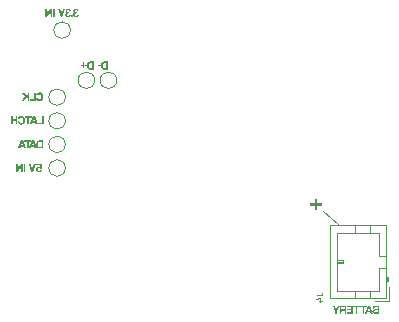
<source format=gbr>
%TF.GenerationSoftware,KiCad,Pcbnew,8.0.2*%
%TF.CreationDate,2025-05-18T14:56:39-07:00*%
%TF.ProjectId,PGS_USBW_Board,5047535f-5553-4425-975f-426f6172642e,rev?*%
%TF.SameCoordinates,Original*%
%TF.FileFunction,Legend,Bot*%
%TF.FilePolarity,Positive*%
%FSLAX46Y46*%
G04 Gerber Fmt 4.6, Leading zero omitted, Abs format (unit mm)*
G04 Created by KiCad (PCBNEW 8.0.2) date 2025-05-18 14:56:39*
%MOMM*%
%LPD*%
G01*
G04 APERTURE LIST*
%ADD10C,0.100000*%
%ADD11C,0.187500*%
%ADD12C,0.120000*%
G04 APERTURE END LIST*
D10*
X87440000Y-37800000D02*
X86143569Y-36672266D01*
D11*
G36*
X65306507Y-19932793D02*
G01*
X65266112Y-19934010D01*
X65225339Y-19939321D01*
X65189425Y-19952150D01*
X65160944Y-19982137D01*
X65151441Y-20022449D01*
X65150985Y-20036657D01*
X65154995Y-20073430D01*
X65171634Y-20111255D01*
X65199054Y-20135782D01*
X65234936Y-20146481D01*
X65244957Y-20146933D01*
X65283388Y-20142071D01*
X65315543Y-20123522D01*
X65335312Y-20089337D01*
X65342113Y-20052321D01*
X65342960Y-20029879D01*
X65486025Y-20029879D01*
X65483744Y-20070619D01*
X65476989Y-20108041D01*
X65461259Y-20152513D01*
X65438137Y-20190462D01*
X65407942Y-20221531D01*
X65370995Y-20245363D01*
X65327616Y-20261603D01*
X65291052Y-20268586D01*
X65251186Y-20270947D01*
X65210780Y-20268624D01*
X65173013Y-20261772D01*
X65127266Y-20245896D01*
X65087421Y-20222697D01*
X65054168Y-20192592D01*
X65028198Y-20155998D01*
X65010203Y-20113331D01*
X65000875Y-20065008D01*
X64999676Y-20038855D01*
X65002501Y-19998712D01*
X65012845Y-19956668D01*
X65029927Y-19921514D01*
X65057173Y-19889499D01*
X65090940Y-19867503D01*
X65096213Y-19865198D01*
X65065167Y-19839161D01*
X65044178Y-19807905D01*
X65029689Y-19771187D01*
X65022403Y-19731344D01*
X65021658Y-19713890D01*
X65026172Y-19673346D01*
X65039118Y-19636321D01*
X65059603Y-19603396D01*
X65086734Y-19575152D01*
X65119618Y-19552173D01*
X65157362Y-19535038D01*
X65199073Y-19524331D01*
X65243858Y-19520633D01*
X65280659Y-19523065D01*
X65326066Y-19533575D01*
X65366674Y-19551856D01*
X65401810Y-19577325D01*
X65430804Y-19609396D01*
X65452982Y-19647487D01*
X65467673Y-19691013D01*
X65474205Y-19739391D01*
X65474485Y-19752175D01*
X65335632Y-19752175D01*
X65331939Y-19714704D01*
X65316618Y-19676742D01*
X65287639Y-19650485D01*
X65249171Y-19641716D01*
X65210628Y-19647824D01*
X65179664Y-19672602D01*
X65166551Y-19711135D01*
X65164724Y-19739169D01*
X65171596Y-19776804D01*
X65199011Y-19805916D01*
X65233735Y-19818742D01*
X65275287Y-19824466D01*
X65306507Y-19825448D01*
X65306507Y-19932793D01*
G37*
G36*
X64837194Y-20247500D02*
G01*
X64837194Y-20094176D01*
X64994914Y-20094176D01*
X64994914Y-20247500D01*
X64837194Y-20247500D01*
G37*
G36*
X64651447Y-19932793D02*
G01*
X64611052Y-19934010D01*
X64570280Y-19939321D01*
X64534365Y-19952150D01*
X64505884Y-19982137D01*
X64496382Y-20022449D01*
X64495926Y-20036657D01*
X64499936Y-20073430D01*
X64516575Y-20111255D01*
X64543995Y-20135782D01*
X64579877Y-20146481D01*
X64589898Y-20146933D01*
X64628329Y-20142071D01*
X64660484Y-20123522D01*
X64680252Y-20089337D01*
X64687054Y-20052321D01*
X64687900Y-20029879D01*
X64830966Y-20029879D01*
X64828684Y-20070619D01*
X64821930Y-20108041D01*
X64806200Y-20152513D01*
X64783077Y-20190462D01*
X64752883Y-20221531D01*
X64715936Y-20245363D01*
X64672556Y-20261603D01*
X64635993Y-20268586D01*
X64596126Y-20270947D01*
X64555720Y-20268624D01*
X64517954Y-20261772D01*
X64472207Y-20245896D01*
X64432361Y-20222697D01*
X64399108Y-20192592D01*
X64373139Y-20155998D01*
X64355144Y-20113331D01*
X64345816Y-20065008D01*
X64344617Y-20038855D01*
X64347442Y-19998712D01*
X64357786Y-19956668D01*
X64374867Y-19921514D01*
X64402113Y-19889499D01*
X64435881Y-19867503D01*
X64441154Y-19865198D01*
X64410108Y-19839161D01*
X64389119Y-19807905D01*
X64374630Y-19771187D01*
X64367343Y-19731344D01*
X64366599Y-19713890D01*
X64371113Y-19673346D01*
X64384059Y-19636321D01*
X64404543Y-19603396D01*
X64431674Y-19575152D01*
X64464559Y-19552173D01*
X64502303Y-19535038D01*
X64544014Y-19524331D01*
X64588799Y-19520633D01*
X64625600Y-19523065D01*
X64671007Y-19533575D01*
X64711615Y-19551856D01*
X64746751Y-19577325D01*
X64775744Y-19609396D01*
X64797923Y-19647487D01*
X64812614Y-19691013D01*
X64819146Y-19739391D01*
X64819425Y-19752175D01*
X64680573Y-19752175D01*
X64676879Y-19714704D01*
X64661559Y-19676742D01*
X64632580Y-19650485D01*
X64594111Y-19641716D01*
X64555569Y-19647824D01*
X64524605Y-19672602D01*
X64511492Y-19711135D01*
X64509664Y-19739169D01*
X64516537Y-19776804D01*
X64543951Y-19805916D01*
X64578675Y-19818742D01*
X64620228Y-19824466D01*
X64651447Y-19825448D01*
X64651447Y-19932793D01*
G37*
G36*
X63954989Y-20247500D02*
G01*
X63714654Y-19544080D01*
X63878419Y-19544080D01*
X64025331Y-20015957D01*
X64173159Y-19544080D01*
X64341137Y-19544080D01*
X64100985Y-20247500D01*
X63954989Y-20247500D01*
G37*
G36*
X63285275Y-20247500D02*
G01*
X63285275Y-19544080D01*
X63442995Y-19544080D01*
X63442995Y-20247500D01*
X63285275Y-20247500D01*
G37*
G36*
X62666669Y-20247500D02*
G01*
X62666669Y-19544080D01*
X62815046Y-19544080D01*
X62815046Y-19974375D01*
X63083042Y-19544080D01*
X63246623Y-19544080D01*
X63246623Y-20247500D01*
X63099345Y-20247500D01*
X63099345Y-19797055D01*
X62810100Y-20247500D01*
X62666669Y-20247500D01*
G37*
G36*
X62009568Y-27097456D02*
G01*
X62021410Y-27135950D01*
X62041382Y-27173754D01*
X62067832Y-27202290D01*
X62100961Y-27221436D01*
X62140973Y-27231068D01*
X62163624Y-27232278D01*
X62202285Y-27228284D01*
X62243257Y-27212324D01*
X62276102Y-27184635D01*
X62300864Y-27145708D01*
X62314887Y-27106805D01*
X62323789Y-27061274D01*
X62327121Y-27022928D01*
X62327755Y-26995423D01*
X62326322Y-26955206D01*
X62321993Y-26918314D01*
X62311633Y-26874536D01*
X62295927Y-26837240D01*
X62274765Y-26806754D01*
X62240469Y-26778719D01*
X62197253Y-26762470D01*
X62156113Y-26758386D01*
X62119383Y-26763006D01*
X62080353Y-26779769D01*
X62051526Y-26803506D01*
X62028215Y-26835539D01*
X62011602Y-26875533D01*
X62009568Y-26882950D01*
X61852581Y-26882950D01*
X61859234Y-26842361D01*
X61870935Y-26803916D01*
X61887505Y-26768016D01*
X61908766Y-26735068D01*
X61934540Y-26705474D01*
X61964647Y-26679638D01*
X61998911Y-26657965D01*
X62037151Y-26640857D01*
X62079190Y-26628720D01*
X62124850Y-26621957D01*
X62157212Y-26620633D01*
X62194251Y-26622346D01*
X62246382Y-26631207D01*
X62294164Y-26647354D01*
X62337328Y-26670496D01*
X62375607Y-26700338D01*
X62408733Y-26736587D01*
X62436436Y-26778949D01*
X62458450Y-26827132D01*
X62469833Y-26862342D01*
X62478488Y-26899922D01*
X62484337Y-26939784D01*
X62487299Y-26981842D01*
X62487673Y-27003667D01*
X62486017Y-27047186D01*
X62481149Y-27088082D01*
X62473218Y-27126330D01*
X62462374Y-27161905D01*
X62440972Y-27210196D01*
X62413856Y-27252328D01*
X62381530Y-27288214D01*
X62344499Y-27317769D01*
X62303267Y-27340905D01*
X62258339Y-27357538D01*
X62210219Y-27367580D01*
X62159411Y-27370947D01*
X62114640Y-27368143D01*
X62072748Y-27359898D01*
X62033879Y-27346460D01*
X61998179Y-27328076D01*
X61965792Y-27304995D01*
X61936864Y-27277465D01*
X61911538Y-27245734D01*
X61889961Y-27210050D01*
X61872277Y-27170662D01*
X61858631Y-27127817D01*
X61851848Y-27097456D01*
X62009568Y-27097456D01*
G37*
G36*
X61332710Y-27347500D02*
G01*
X61332710Y-27208831D01*
X61678191Y-27208831D01*
X61678191Y-26644080D01*
X61835911Y-26644080D01*
X61835911Y-27347500D01*
X61332710Y-27347500D01*
G37*
G36*
X60686993Y-27347500D02*
G01*
X60971841Y-26923799D01*
X60689924Y-26644080D01*
X60895820Y-26644080D01*
X61154107Y-26916655D01*
X61154107Y-26644080D01*
X61309812Y-26644080D01*
X61309812Y-27347500D01*
X61154107Y-27347500D01*
X61154107Y-27108630D01*
X61083216Y-27039387D01*
X60878601Y-27347500D01*
X60686993Y-27347500D01*
G37*
G36*
X62004796Y-29322500D02*
G01*
X62004796Y-29183831D01*
X62350278Y-29183831D01*
X62350278Y-28619080D01*
X62507998Y-28619080D01*
X62507998Y-29322500D01*
X62004796Y-29322500D01*
G37*
G36*
X62005346Y-29322500D02*
G01*
X61838467Y-29322500D01*
X61789008Y-29181816D01*
X61540246Y-29181816D01*
X61496100Y-29322500D01*
X61325007Y-29322500D01*
X61421633Y-29050474D01*
X61586042Y-29050474D01*
X61747425Y-29050474D01*
X61665733Y-28783927D01*
X61586042Y-29050474D01*
X61421633Y-29050474D01*
X61574868Y-28619080D01*
X61752188Y-28619080D01*
X62005346Y-29322500D01*
G37*
G36*
X61136513Y-29322500D02*
G01*
X61136513Y-28752620D01*
X60925487Y-28752620D01*
X60925487Y-28619080D01*
X61504343Y-28619080D01*
X61504343Y-28752620D01*
X61294233Y-28752620D01*
X61294233Y-29322500D01*
X61136513Y-29322500D01*
G37*
G36*
X60465883Y-29072456D02*
G01*
X60477726Y-29110950D01*
X60497698Y-29148754D01*
X60524147Y-29177290D01*
X60557277Y-29196436D01*
X60597289Y-29206068D01*
X60619939Y-29207278D01*
X60658600Y-29203284D01*
X60699573Y-29187324D01*
X60732417Y-29159635D01*
X60757180Y-29120708D01*
X60771202Y-29081805D01*
X60780105Y-29036274D01*
X60783437Y-28997928D01*
X60784071Y-28970423D01*
X60782638Y-28930206D01*
X60778308Y-28893314D01*
X60767948Y-28849536D01*
X60752243Y-28812240D01*
X60731081Y-28781754D01*
X60696784Y-28753719D01*
X60653569Y-28737470D01*
X60612429Y-28733386D01*
X60575699Y-28738006D01*
X60536669Y-28754769D01*
X60507841Y-28778506D01*
X60484531Y-28810539D01*
X60467918Y-28850533D01*
X60465883Y-28857950D01*
X60308896Y-28857950D01*
X60315549Y-28817361D01*
X60327250Y-28778916D01*
X60343821Y-28743016D01*
X60365082Y-28710068D01*
X60390855Y-28680474D01*
X60420963Y-28654638D01*
X60455226Y-28632965D01*
X60493466Y-28615857D01*
X60535506Y-28603720D01*
X60581165Y-28596957D01*
X60613528Y-28595633D01*
X60650566Y-28597346D01*
X60702698Y-28606207D01*
X60750480Y-28622354D01*
X60793644Y-28645496D01*
X60831923Y-28675338D01*
X60865048Y-28711587D01*
X60892752Y-28753949D01*
X60914766Y-28802132D01*
X60926148Y-28837342D01*
X60934804Y-28874922D01*
X60940652Y-28914784D01*
X60943615Y-28956842D01*
X60943989Y-28978667D01*
X60942333Y-29022186D01*
X60937464Y-29063082D01*
X60929534Y-29101330D01*
X60918689Y-29136905D01*
X60897288Y-29185196D01*
X60870172Y-29227328D01*
X60837846Y-29263214D01*
X60800815Y-29292769D01*
X60759583Y-29315905D01*
X60714655Y-29332538D01*
X60666534Y-29342580D01*
X60615726Y-29345947D01*
X60570955Y-29343143D01*
X60529063Y-29334898D01*
X60490195Y-29321460D01*
X60454494Y-29303076D01*
X60422108Y-29279995D01*
X60393179Y-29252465D01*
X60367854Y-29220734D01*
X60346277Y-29185050D01*
X60328592Y-29145662D01*
X60314946Y-29102817D01*
X60308163Y-29072456D01*
X60465883Y-29072456D01*
G37*
G36*
X59715569Y-29322500D02*
G01*
X59715569Y-28619080D01*
X59874205Y-28619080D01*
X59874205Y-28877001D01*
X60134507Y-28877001D01*
X60134507Y-28619080D01*
X60292227Y-28619080D01*
X60292227Y-29322500D01*
X60134507Y-29322500D01*
X60134507Y-29010540D01*
X59874205Y-29010540D01*
X59874205Y-29322500D01*
X59715569Y-29322500D01*
G37*
G36*
X62484708Y-31372500D02*
G01*
X62186853Y-31372500D01*
X62136905Y-31368689D01*
X62090413Y-31357529D01*
X62047697Y-31339427D01*
X62009074Y-31314791D01*
X61974862Y-31284028D01*
X61945379Y-31247545D01*
X61920943Y-31205751D01*
X61901871Y-31159052D01*
X61888481Y-31107857D01*
X61882869Y-31071430D01*
X61880018Y-31033306D01*
X61879657Y-31013646D01*
X62040491Y-31013646D01*
X62041875Y-31054797D01*
X62046093Y-31091814D01*
X62056299Y-31134771D01*
X62071961Y-31170455D01*
X62099575Y-31204904D01*
X62136550Y-31228149D01*
X62173184Y-31238738D01*
X62216346Y-31242257D01*
X62331201Y-31242257D01*
X62331201Y-30801704D01*
X62228802Y-30801704D01*
X62181371Y-30804515D01*
X62141573Y-30813233D01*
X62101946Y-30833093D01*
X62072827Y-30863692D01*
X62053429Y-30905870D01*
X62044379Y-30948513D01*
X62041100Y-30985968D01*
X62040491Y-31013646D01*
X61879657Y-31013646D01*
X61881253Y-30974819D01*
X61885958Y-30937937D01*
X61898573Y-30886430D01*
X61917485Y-30839734D01*
X61942277Y-30798109D01*
X61972530Y-30761816D01*
X62007826Y-30731117D01*
X62047746Y-30706271D01*
X62091871Y-30687540D01*
X62139784Y-30675185D01*
X62191065Y-30669466D01*
X62208835Y-30669080D01*
X62484708Y-30669080D01*
X62484708Y-31372500D01*
G37*
G36*
X61946885Y-31372500D02*
G01*
X61780006Y-31372500D01*
X61730547Y-31231816D01*
X61481785Y-31231816D01*
X61437639Y-31372500D01*
X61266546Y-31372500D01*
X61363172Y-31100474D01*
X61527581Y-31100474D01*
X61688964Y-31100474D01*
X61607272Y-30833927D01*
X61527581Y-31100474D01*
X61363172Y-31100474D01*
X61516407Y-30669080D01*
X61693727Y-30669080D01*
X61946885Y-31372500D01*
G37*
G36*
X61078052Y-31372500D02*
G01*
X61078052Y-30802620D01*
X60867026Y-30802620D01*
X60867026Y-30669080D01*
X61445882Y-30669080D01*
X61445882Y-30802620D01*
X61235772Y-30802620D01*
X61235772Y-31372500D01*
X61078052Y-31372500D01*
G37*
G36*
X61049292Y-31372500D02*
G01*
X60882414Y-31372500D01*
X60832954Y-31231816D01*
X60584193Y-31231816D01*
X60540046Y-31372500D01*
X60368954Y-31372500D01*
X60465580Y-31100474D01*
X60629989Y-31100474D01*
X60791372Y-31100474D01*
X60709679Y-30833927D01*
X60629989Y-31100474D01*
X60465580Y-31100474D01*
X60618814Y-30669080D01*
X60796135Y-30669080D01*
X61049292Y-31372500D01*
G37*
G36*
X62201726Y-33077672D02*
G01*
X62180720Y-33046505D01*
X62149901Y-33025957D01*
X62112141Y-33019292D01*
X62107754Y-33019237D01*
X62067917Y-33026264D01*
X62037246Y-33050371D01*
X62022139Y-33085422D01*
X62017994Y-33126032D01*
X62020871Y-33165248D01*
X62032224Y-33202425D01*
X62057296Y-33232209D01*
X62097082Y-33246815D01*
X62116180Y-33248032D01*
X62155376Y-33240600D01*
X62186755Y-33215131D01*
X62202996Y-33177013D01*
X62206306Y-33155525D01*
X62354134Y-33155525D01*
X62347628Y-33201649D01*
X62332796Y-33243358D01*
X62310480Y-33280116D01*
X62281525Y-33311390D01*
X62246773Y-33336644D01*
X62207070Y-33355345D01*
X62163257Y-33366957D01*
X62116180Y-33370947D01*
X62076789Y-33368300D01*
X62039909Y-33360537D01*
X61995155Y-33342681D01*
X61956099Y-33316822D01*
X61923447Y-33283583D01*
X61897907Y-33243590D01*
X61883843Y-33209538D01*
X61874474Y-33172302D01*
X61870098Y-33132145D01*
X61869800Y-33118155D01*
X61872164Y-33080880D01*
X61882263Y-33035913D01*
X61899573Y-32996660D01*
X61923296Y-32963450D01*
X61952636Y-32936615D01*
X61986798Y-32916485D01*
X62024984Y-32903391D01*
X62066398Y-32897663D01*
X62077162Y-32897421D01*
X62115937Y-32899588D01*
X62152565Y-32906511D01*
X62188104Y-32920778D01*
X62209420Y-32937172D01*
X62203924Y-32771392D01*
X61895995Y-32771392D01*
X61895995Y-32644080D01*
X62337098Y-32644080D01*
X62352119Y-33076756D01*
X62201726Y-33077672D01*
G37*
G36*
X61479988Y-33347500D02*
G01*
X61239653Y-32644080D01*
X61403418Y-32644080D01*
X61550330Y-33115957D01*
X61698158Y-32644080D01*
X61866136Y-32644080D01*
X61625985Y-33347500D01*
X61479988Y-33347500D01*
G37*
G36*
X60810275Y-33347500D02*
G01*
X60810275Y-32644080D01*
X60967994Y-32644080D01*
X60967994Y-33347500D01*
X60810275Y-33347500D01*
G37*
G36*
X60191668Y-33347500D02*
G01*
X60191668Y-32644080D01*
X60340046Y-32644080D01*
X60340046Y-33074375D01*
X60608041Y-32644080D01*
X60771623Y-32644080D01*
X60771623Y-33347500D01*
X60624345Y-33347500D01*
X60624345Y-32897055D01*
X60335100Y-33347500D01*
X60191668Y-33347500D01*
G37*
G36*
X67969914Y-24697500D02*
G01*
X67672059Y-24697500D01*
X67622111Y-24693689D01*
X67575619Y-24682529D01*
X67532903Y-24664427D01*
X67494280Y-24639791D01*
X67460068Y-24609028D01*
X67430585Y-24572545D01*
X67406149Y-24530751D01*
X67387077Y-24484052D01*
X67373687Y-24432857D01*
X67368075Y-24396430D01*
X67365224Y-24358306D01*
X67364863Y-24338646D01*
X67525697Y-24338646D01*
X67527081Y-24379797D01*
X67531299Y-24416814D01*
X67541505Y-24459771D01*
X67557167Y-24495455D01*
X67584781Y-24529904D01*
X67621756Y-24553149D01*
X67658390Y-24563738D01*
X67701552Y-24567257D01*
X67816407Y-24567257D01*
X67816407Y-24126704D01*
X67714008Y-24126704D01*
X67666577Y-24129515D01*
X67626779Y-24138233D01*
X67587152Y-24158093D01*
X67558033Y-24188692D01*
X67538635Y-24230870D01*
X67529585Y-24273513D01*
X67526306Y-24310968D01*
X67525697Y-24338646D01*
X67364863Y-24338646D01*
X67366459Y-24299819D01*
X67371164Y-24262937D01*
X67383779Y-24211430D01*
X67402691Y-24164734D01*
X67427483Y-24123109D01*
X67457736Y-24086816D01*
X67493032Y-24056117D01*
X67532952Y-24031271D01*
X67577077Y-24012540D01*
X67624990Y-24000185D01*
X67676271Y-23994466D01*
X67694041Y-23994080D01*
X67969914Y-23994080D01*
X67969914Y-24697500D01*
G37*
G36*
X67071405Y-24427855D02*
G01*
X67071405Y-24310252D01*
X67343614Y-24310252D01*
X67343614Y-24427855D01*
X67071405Y-24427855D01*
G37*
G36*
X66786557Y-24697500D02*
G01*
X66488703Y-24697500D01*
X66438754Y-24693689D01*
X66392263Y-24682529D01*
X66349547Y-24664427D01*
X66310924Y-24639791D01*
X66276712Y-24609028D01*
X66247228Y-24572545D01*
X66222792Y-24530751D01*
X66203720Y-24484052D01*
X66190331Y-24432857D01*
X66184719Y-24396430D01*
X66181867Y-24358306D01*
X66181506Y-24338646D01*
X66342340Y-24338646D01*
X66343724Y-24379797D01*
X66347942Y-24416814D01*
X66358149Y-24459771D01*
X66373811Y-24495455D01*
X66401424Y-24529904D01*
X66438399Y-24553149D01*
X66475033Y-24563738D01*
X66518195Y-24567257D01*
X66633050Y-24567257D01*
X66633050Y-24126704D01*
X66530652Y-24126704D01*
X66483220Y-24129515D01*
X66443423Y-24138233D01*
X66403795Y-24158093D01*
X66374676Y-24188692D01*
X66355278Y-24230870D01*
X66346228Y-24273513D01*
X66342950Y-24310968D01*
X66342340Y-24338646D01*
X66181506Y-24338646D01*
X66183102Y-24299819D01*
X66187807Y-24262937D01*
X66200422Y-24211430D01*
X66219335Y-24164734D01*
X66244127Y-24123109D01*
X66274380Y-24086816D01*
X66309675Y-24056117D01*
X66349595Y-24031271D01*
X66393720Y-24012540D01*
X66441633Y-24000185D01*
X66492915Y-23994466D01*
X66510685Y-23994080D01*
X66786557Y-23994080D01*
X66786557Y-24697500D01*
G37*
G36*
X65841887Y-24580263D02*
G01*
X65841887Y-24385907D01*
X65643501Y-24385907D01*
X65643501Y-24275448D01*
X65841887Y-24275448D01*
X65841887Y-24076146D01*
X65952346Y-24076146D01*
X65952346Y-24275448D01*
X66149816Y-24275448D01*
X66149816Y-24385907D01*
X65952346Y-24385907D01*
X65952346Y-24580263D01*
X65841887Y-24580263D01*
G37*
D10*
G36*
X85499595Y-36610526D02*
G01*
X85499595Y-36221814D01*
X85102822Y-36221814D01*
X85102822Y-36024344D01*
X85499595Y-36024344D01*
X85499595Y-35625739D01*
X85697065Y-35625739D01*
X85697065Y-36024344D01*
X86092006Y-36024344D01*
X86092006Y-36221814D01*
X85697065Y-36221814D01*
X85697065Y-36610526D01*
X85499595Y-36610526D01*
G37*
G36*
X90926003Y-45362500D02*
G01*
X90612028Y-45362500D01*
X90565054Y-45360399D01*
X90522824Y-45354217D01*
X90485312Y-45344132D01*
X90442588Y-45324922D01*
X90408137Y-45299513D01*
X90381897Y-45268327D01*
X90363803Y-45231788D01*
X90353789Y-45190319D01*
X90351543Y-45156236D01*
X90352349Y-45145978D01*
X90493326Y-45145978D01*
X90500617Y-45184784D01*
X90521697Y-45215862D01*
X90555382Y-45236499D01*
X90594266Y-45243858D01*
X90600488Y-45243981D01*
X90785319Y-45243981D01*
X90785319Y-45059150D01*
X90598290Y-45059150D01*
X90559372Y-45063079D01*
X90524913Y-45077523D01*
X90500582Y-45107141D01*
X90493326Y-45145978D01*
X90352349Y-45145978D01*
X90354869Y-45113916D01*
X90364299Y-45078442D01*
X90382524Y-45044083D01*
X90411525Y-45014036D01*
X90446725Y-44993264D01*
X90457606Y-44988808D01*
X90423923Y-44968529D01*
X90396973Y-44938960D01*
X90379089Y-44902074D01*
X90372842Y-44866076D01*
X90513293Y-44866076D01*
X90522107Y-44904836D01*
X90551700Y-44931418D01*
X90590905Y-44940146D01*
X90601404Y-44940448D01*
X90785319Y-44940448D01*
X90785319Y-44791704D01*
X90609830Y-44791704D01*
X90570698Y-44794907D01*
X90536008Y-44809106D01*
X90515416Y-44843591D01*
X90513293Y-44866076D01*
X90372842Y-44866076D01*
X90372716Y-44865351D01*
X90372609Y-44859848D01*
X90376032Y-44818591D01*
X90386219Y-44781623D01*
X90408279Y-44742014D01*
X90440477Y-44710420D01*
X90473375Y-44691405D01*
X90512486Y-44678360D01*
X90557689Y-44671659D01*
X90582536Y-44670804D01*
X90926003Y-44670804D01*
X90926003Y-45362500D01*
G37*
G36*
X90376090Y-45362500D02*
G01*
X90221851Y-45362500D01*
X90172391Y-45221816D01*
X89915204Y-45221816D01*
X89871057Y-45362500D01*
X89712421Y-45362500D01*
X89804933Y-45102198D01*
X89957152Y-45102198D01*
X90134656Y-45102198D01*
X90045446Y-44826509D01*
X90044347Y-44826509D01*
X89957152Y-45102198D01*
X89804933Y-45102198D01*
X89958251Y-44670804D01*
X90127329Y-44670804D01*
X90376090Y-45362500D01*
G37*
G36*
X89521545Y-45362500D02*
G01*
X89521545Y-44792620D01*
X89310519Y-44792620D01*
X89310519Y-44670804D01*
X89877651Y-44670804D01*
X89877651Y-44792620D01*
X89667541Y-44792620D01*
X89667541Y-45362500D01*
X89521545Y-45362500D01*
G37*
G36*
X88934630Y-45362500D02*
G01*
X88934630Y-44792620D01*
X88723604Y-44792620D01*
X88723604Y-44670804D01*
X89290736Y-44670804D01*
X89290736Y-44792620D01*
X89080626Y-44792620D01*
X89080626Y-45362500D01*
X88934630Y-45362500D01*
G37*
G36*
X88159769Y-45362500D02*
G01*
X88159769Y-45238668D01*
X88547199Y-45238668D01*
X88547199Y-45063363D01*
X88205931Y-45063363D01*
X88205931Y-44940448D01*
X88547199Y-44940448D01*
X88547199Y-44792620D01*
X88176439Y-44792620D01*
X88176439Y-44670804D01*
X88688982Y-44670804D01*
X88688982Y-45362500D01*
X88159769Y-45362500D01*
G37*
G36*
X88130643Y-45362500D02*
G01*
X87988860Y-45362500D01*
X87988860Y-45092855D01*
X87833339Y-45092855D01*
X87792109Y-45095693D01*
X87754091Y-45108988D01*
X87730903Y-45138474D01*
X87724237Y-45179080D01*
X87724162Y-45185179D01*
X87724162Y-45362500D01*
X87581463Y-45362500D01*
X87581463Y-45167594D01*
X87584001Y-45126729D01*
X87593947Y-45089737D01*
X87615736Y-45059112D01*
X87650057Y-45038067D01*
X87666460Y-45032039D01*
X87631893Y-45014562D01*
X87603995Y-44990057D01*
X87583018Y-44959611D01*
X87569216Y-44924311D01*
X87562842Y-44885243D01*
X87562804Y-44884028D01*
X87699066Y-44884028D01*
X87704859Y-44920616D01*
X87726738Y-44952450D01*
X87761817Y-44970004D01*
X87798904Y-44975141D01*
X87806045Y-44975252D01*
X87988860Y-44975252D01*
X87988860Y-44791704D01*
X87800915Y-44791704D01*
X87759371Y-44796964D01*
X87725969Y-44814620D01*
X87704779Y-44846805D01*
X87699066Y-44884028D01*
X87562804Y-44884028D01*
X87562412Y-44871571D01*
X87566325Y-44830074D01*
X87577739Y-44791901D01*
X87596174Y-44757735D01*
X87621145Y-44728254D01*
X87652170Y-44704140D01*
X87688765Y-44686074D01*
X87730448Y-44674735D01*
X87776735Y-44670804D01*
X88130643Y-44670804D01*
X88130643Y-45362500D01*
G37*
G36*
X87214549Y-45362500D02*
G01*
X87214549Y-45103297D01*
X86981359Y-44670804D01*
X87149520Y-44670804D01*
X87284891Y-44952172D01*
X87431987Y-44670804D01*
X87601980Y-44670804D01*
X87360546Y-45101099D01*
X87360546Y-45362500D01*
X87214549Y-45362500D01*
G37*
X85616109Y-43803333D02*
X85973252Y-43803333D01*
X85973252Y-43803333D02*
X86044680Y-43779524D01*
X86044680Y-43779524D02*
X86092300Y-43731905D01*
X86092300Y-43731905D02*
X86116109Y-43660476D01*
X86116109Y-43660476D02*
X86116109Y-43612857D01*
X85782776Y-44255714D02*
X86116109Y-44255714D01*
X85592300Y-44136666D02*
X85949442Y-44017619D01*
X85949442Y-44017619D02*
X85949442Y-44327142D01*
D12*
%TO.C,J4*%
X91480000Y-37890000D02*
X86760000Y-37890000D01*
X88870000Y-38500000D02*
X88870000Y-37890000D01*
X90170000Y-38500000D02*
X90170000Y-37890000D01*
X91480000Y-44010000D02*
X91480000Y-37890000D01*
X90870000Y-38500000D02*
X87370000Y-38500000D01*
X90870000Y-40450000D02*
X90870000Y-38500000D01*
X91480000Y-40450000D02*
X90870000Y-40450000D01*
X87370000Y-40850000D02*
X87870000Y-40850000D01*
X87870000Y-40950000D02*
X87370000Y-40950000D01*
X87870000Y-41050000D02*
X87370000Y-41050000D01*
X87870000Y-40850000D02*
X87870000Y-41050000D01*
X90870000Y-43400000D02*
X90870000Y-41450000D01*
X90870000Y-41450000D02*
X91480000Y-41450000D01*
X91680000Y-42250000D02*
X91480000Y-42250000D01*
X91580000Y-42550000D02*
X91580000Y-42250000D01*
X91680000Y-42550000D02*
X91680000Y-42250000D01*
X91480000Y-42550000D02*
X91680000Y-42550000D01*
X91780000Y-44310000D02*
X91780000Y-43060000D01*
X87370000Y-38500000D02*
X87370000Y-43400000D01*
X87370000Y-43400000D02*
X90870000Y-43400000D01*
X86760000Y-37890000D02*
X86760000Y-44010000D01*
X88870000Y-43400000D02*
X88870000Y-44010000D01*
X90170000Y-43400000D02*
X90170000Y-44010000D01*
X86760000Y-44010000D02*
X91480000Y-44010000D01*
X90530000Y-44310000D02*
X91780000Y-44310000D01*
%TO.C,TP1*%
X64350000Y-29025000D02*
G75*
G02*
X62950000Y-29025000I-700000J0D01*
G01*
X62950000Y-29025000D02*
G75*
G02*
X64350000Y-29025000I700000J0D01*
G01*
%TO.C,TP7*%
X64350000Y-33025000D02*
G75*
G02*
X62950000Y-33025000I-700000J0D01*
G01*
X62950000Y-33025000D02*
G75*
G02*
X64350000Y-33025000I700000J0D01*
G01*
%TO.C,TP6*%
X64775000Y-21350000D02*
G75*
G02*
X63375000Y-21350000I-700000J0D01*
G01*
X63375000Y-21350000D02*
G75*
G02*
X64775000Y-21350000I700000J0D01*
G01*
%TO.C,TP2*%
X64350000Y-27025000D02*
G75*
G02*
X62950000Y-27025000I-700000J0D01*
G01*
X62950000Y-27025000D02*
G75*
G02*
X64350000Y-27025000I700000J0D01*
G01*
%TO.C,TP4*%
X68700000Y-25600000D02*
G75*
G02*
X67300000Y-25600000I-700000J0D01*
G01*
X67300000Y-25600000D02*
G75*
G02*
X68700000Y-25600000I700000J0D01*
G01*
%TO.C,TP5*%
X66825000Y-25600000D02*
G75*
G02*
X65425000Y-25600000I-700000J0D01*
G01*
X65425000Y-25600000D02*
G75*
G02*
X66825000Y-25600000I700000J0D01*
G01*
%TO.C,TP3*%
X64350000Y-31025000D02*
G75*
G02*
X62950000Y-31025000I-700000J0D01*
G01*
X62950000Y-31025000D02*
G75*
G02*
X64350000Y-31025000I700000J0D01*
G01*
%TD*%
M02*

</source>
